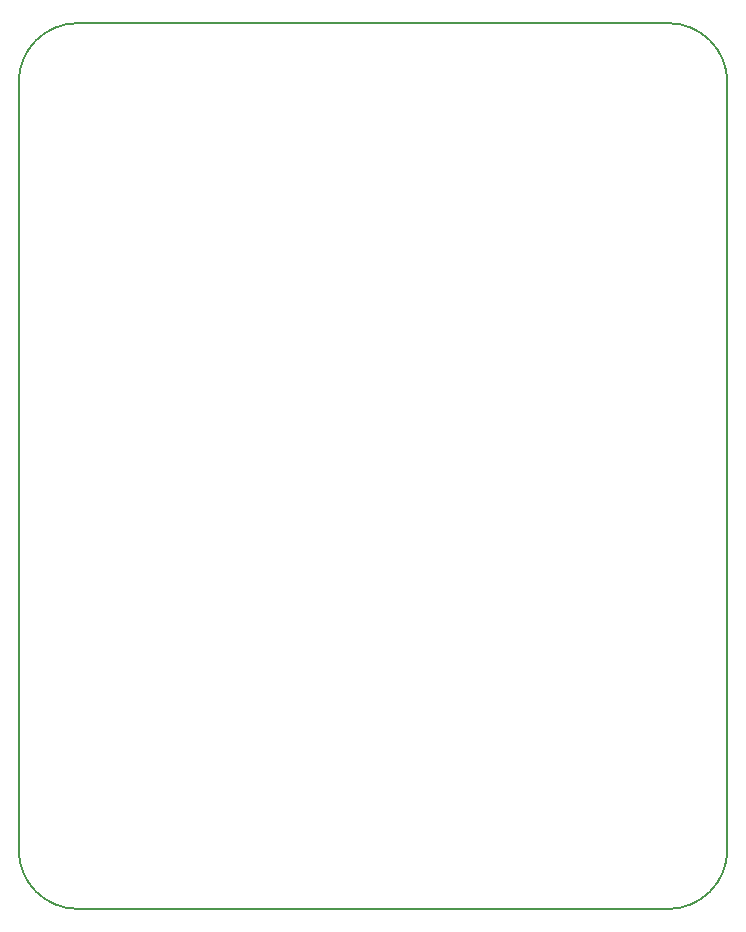
<source format=gm1>
G04 #@! TF.FileFunction,Profile,NP*
%FSLAX46Y46*%
G04 Gerber Fmt 4.6, Leading zero omitted, Abs format (unit mm)*
G04 Created by KiCad (PCBNEW 4.0.7) date 09/10/18 12:16:13*
%MOMM*%
%LPD*%
G01*
G04 APERTURE LIST*
%ADD10C,0.100000*%
%ADD11C,0.150000*%
G04 APERTURE END LIST*
D10*
D11*
X110000000Y-40000000D02*
X110000000Y-105000000D01*
X55000000Y-35000000D02*
X105000000Y-35000000D01*
X50000000Y-105000000D02*
X50000000Y-40000000D01*
X105000000Y-110000000D02*
X55000000Y-110000000D01*
X50000000Y-105000000D02*
G75*
G03X55000000Y-110000000I5000000J0D01*
G01*
X105000000Y-110000000D02*
G75*
G03X110000000Y-105000000I0J5000000D01*
G01*
X110000000Y-40000000D02*
G75*
G03X105000000Y-35000000I-5000000J0D01*
G01*
X55000000Y-35000000D02*
G75*
G03X50000000Y-40000000I0J-5000000D01*
G01*
M02*

</source>
